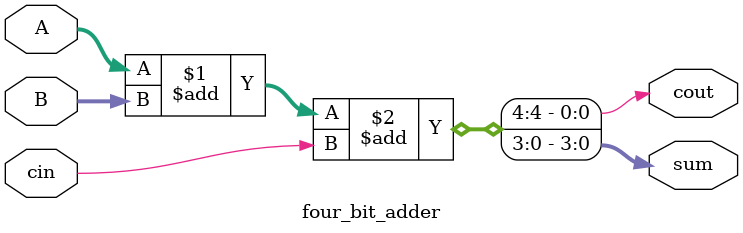
<source format=v>
module four_bit_adder (
  input   [3:0] A,
  input   [3:0] B,
  input   cin,
  output  [3:0] sum,
  output  cout
);

  assign {cout, sum} = A + B + cin;
  
endmodule
</source>
